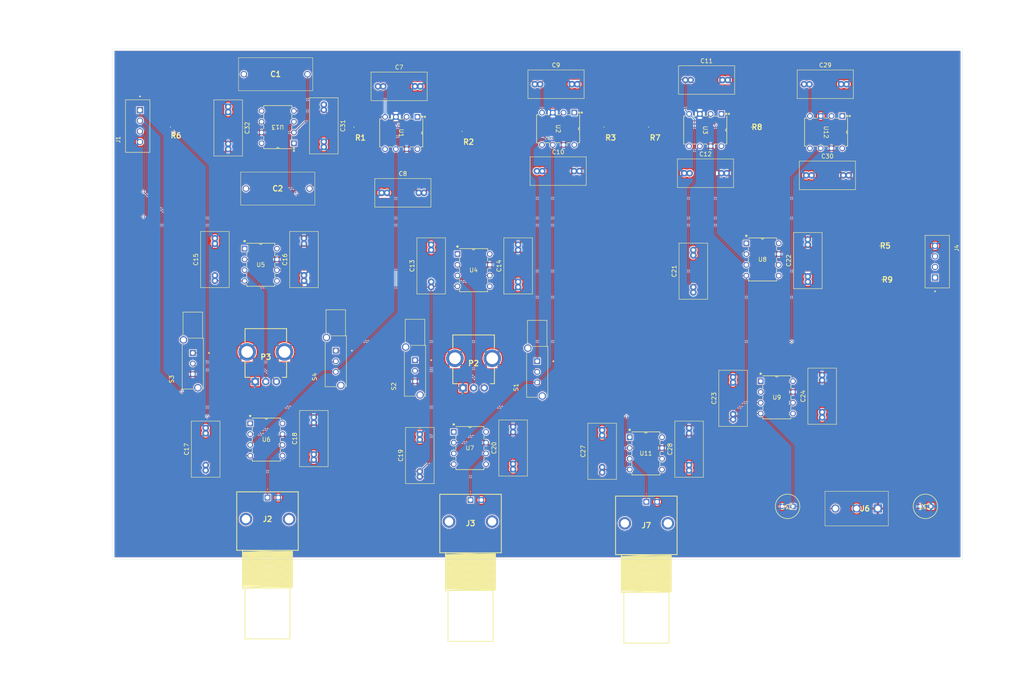
<source format=kicad_pcb>
(kicad_pcb (version 20241229) (generator "pcbnew") (generator_version "9.0")
  (layers (0 "F.Cu" signal) (2 "B.Cu" signal) (13 "F.Paste" user) (15 "B.Paste" user) (5 "F.SilkS" user "F.Silkscreen") (7 "B.SilkS" user "B.Silkscreen") (1 "F.Mask" user) (3 "B.Mask" user) (25 "Edge.Cuts" user))
  (net 0 "")
  (net 1 "Sum")
  (net 2 "V")
  (net 3 "x")
  (net 4 "Net-(U2-IN-)")
  (net 5 "GND")
  (net 6 "-15V")
  (net 7 "+15V")
  (net 10 "Net-(J2-SIGNAL)")
  (net 13 "Net-(J3-SIGNAL)")
  (net 14 "VR2")
  (net 15 "VR1")
  (net 16 "V_out")
  (net 19 "Net-(J7-SIGNAL)")
  (net 20 "Net-(P2-WIPER)")
  (net 21 "Net-(P2-CW)")
  (net 22 "Net-(P3-WIPER)")
  (net 23 "Net-(P3-CW)")
  (net 24 "VR4")
  (net 25 "X_out")
  (net 26 "Net-(U13-IN+)")
  (net 27 "S_out")
  (net 28 "Net-(U3-IN-)")
  (net 29 "-x")
  (net 30 "Net-(U12-IN-)")
  (net 32 "Net-(S1-Pad2)")
  (net 33 "Net-(S3-Pad1)")
  (net 34 "-V")
  (footprint "Capacitor_THT:C_Rect_L13.0mm_W6.5mm_P7.50mm_P10.00mm" (layer "F.Cu") (at 176.12 33.88)
    (property "Reference" "C11")
    (property "Value" "0.1uF")
  )
  (footprint "ERA-3AEB:ERA3AEB101V" (layer "F.Cu") (at 158.275 45)
    (property "Reference" "R3")
    (property "Value" "ERA-3AEB103V" (hide yes))
  )
  (footprint "Capacitor_THT:C_Rect_L13.0mm_W6.5mm_P7.50mm_P10.00mm" (layer "F.Cu") (at 205 81.5 90)
    (property "Reference" "C22")
    (property "Value" "0.1uF")
  )
  (footprint "Capacitor_THT:C_Rect_L13.0mm_W6.5mm_P7.50mm_P10.00mm" (layer "F.Cu") (at 177 126 90)
    (property "Reference" "C28")
    (property "Value" "0.1uF")
  )
  (footprint "ECW-FD2W105J:ECWFD2W105J" (layer "F.Cu") (at 87 32.5 180)
    (property "Reference" "C1")
    (property "Value" "ECW-FD2W105J" (hide yes))
  )
  (footprint "Capacitor_THT:C_Rect_L13.0mm_W6.5mm_P7.50mm_P10.00mm" (layer "F.Cu") (at 141.12 55.38)
    (property "Reference" "C10")
    (property "Value" "0.1uF")
  )
  (footprint "OPA134:P8" (layer "F.Cu") (at 76.19 41.19 180)
    (property "Reference" "U13")
    (property "Value" "OPA134PA")
  )
  (footprint "OPA134:P8" (layer "F.Cu") (at 129.9925 82.56)
    (property "Reference" "U4")
    (property "Value" "OPA134PA")
  )
  (footprint "Capacitor_THT:C_Rect_L13.0mm_W6.5mm_P7.50mm_P10.00mm" (layer "F.Cu") (at 104.5 60.5)
    (property "Reference" "C8")
    (property "Value" "0.1uF")
  )
  (footprint "Capacitor_THT:C_Rect_L13.0mm_W6.5mm_P7.50mm_P10.00mm" (layer "F.Cu") (at 65.1825 81.25 90)
    (property "Reference" "C15")
    (property "Value" "0.1uF")
  )
  (footprint "Capacitor_THT:C_Rect_L13.0mm_W6.5mm_P7.50mm_P10.00mm" (layer "F.Cu") (at 113.5 127.5 90)
    (property "Reference" "C19")
    (property "Value" "0.1uF")
  )
  (footprint "031-71052:03171052" (layer "F.Cu") (at 166.92 133.42 180)
    (property "Reference" "J7")
    (property "Value" "031-71052" (hide yes))
  )
  (footprint "Capacitor_THT:C_Rect_L13.0mm_W6.5mm_P7.50mm_P10.00mm" (layer "F.Cu") (at 135.5 125.73 90)
    (property "Reference" "C20")
    (property "Value" "0.1uF")
  )
  (footprint "Capacitor_THT:C_Rect_L13.0mm_W6.5mm_P7.50mm_P10.00mm" (layer "F.Cu") (at 90.86 39.69 -90)
    (property "Reference" "C31")
    (property "Value" "0.1uF")
  )
  (footprint "B4B_XH_A:JST_B4B-XH-A" (layer "F.Cu") (at 46.975 44.75 90)
    (property "Reference" "J1")
    (property "Value" "B4B-XH-A")
  )
  (footprint "Capacitor_THT:C_Rect_L13.0mm_W6.5mm_P7.50mm_P10.00mm" (layer "F.Cu") (at 136.6825 82.75 90)
    (property "Reference" "C14")
    (property "Value" "0.1uF")
  )
  (footprint "OPA134:P8" (layer "F.Cu") (at 205.5 50 -90)
    (property "Reference" "U12")
    (property "Value" "OPA134PA")
  )
  (footprint "ERA-3AEB:ERA3AEB101V" (layer "F.Cu") (at 99.275 45)
    (property "Reference" "R1")
    (property "Value" "ERA-3AEB102V" (hide yes))
  )
  (footprint "OPA134:P8" (layer "F.Cu") (at 81.12 122.54)
    (property "Reference" "U6")
    (property "Value" "OPA134PA")
  )
  (footprint "LIB_RK09D113F25C0B504:RK09D113F25C0B504" (layer "F.Cu") (at 123.6825 106.55)
    (property "Reference" "P2")
    (property "Value" "RK09D113F25C0B504" (hide yes))
  )
  (footprint "OPA134:P8" (layer "F.Cu") (at 201.5 112.58)
    (property "Reference" "U9")
    (property "Value" "OPA134PA")
  )
  (footprint "OPA134:P8" (layer "F.Cu") (at 177 49.5 -90)
    (property "Reference" "U3")
    (property "Value" "OPA134PA")
  )
  (footprint "ERA-3AEB:ERA3AEB101V" (layer "F.Cu") (at 124.775 46)
    (property "Reference" "R2")
    (property "Value" "ERA-3AEB103V" (hide yes))
  )
  (footprint "OPA134:P8" (layer "F.Cu") (at 198.12 80.04)
    (property "Reference" "U8")
    (property "Value" "OPA134PA")
  )
  (footprint "Capacitor_THT:C_Rect_L13.0mm_W6.5mm_P7.50mm_P10.00mm" (layer "F.Cu") (at 116.1825 82.75 90)
    (property "Reference" "C13")
    (property "Value" "0.1uF")
  )
  (footprint "199D106X9016C1V1:CAP_199D-C1_VSS" (layer "F.Cu") (at 232.73 134.5 180)
    (property "Reference" "C33")
    (property "Value" "CAP_199D-C1_VSS")
  )
  (footprint "Capacitor_THT:C_Rect_L13.0mm_W6.5mm_P7.50mm_P10.00mm" (layer "F.Cu") (at 187.38 114 90)
    (property "Reference" "C23")
    (property "Value" "0.1uF")
  )
  (footprint "Capacitor_THT:C_Rect_L13.0mm_W6.5mm_P7.50mm_P10.00mm" (layer "F.Cu") (at 204.12 34.88)
    (property "Reference" "C29")
    (property "Value" "0.1uF")
  )
  (footprint "OPA134:P8" (layer "F.Cu") (at 105.31 50.19 -90)
    (property "Reference" "U1")
    (property "Value" "OPA134PA")
  )
  (footprint "ERA-3AEB:ERA3AEB101V" (layer "F.Cu") (at 56 45)
    (property "Reference" "R6")
    (property "Value" "ERA-3AEB104V" (hide yes))
  )
  (footprint "LC1258EENP:SW_LC1258EENP" (layer "F.Cu") (at 93.6825 100.25 90)
    (property "Reference" "S4")
    (property "Value" "LC1258EENP")
  )
  (footprint "Capacitor_THT:C_Rect_L13.0mm_W6.5mm_P7.50mm_P10.00mm" (layer "F.Cu") (at 103.62 35.38)
    (property "Reference" "C7")
    (property "Value" "0.1uF")
  )
  (footprint "OPA134:P8" (layer "F.Cu") (at 170.62 125.81)
    (property "Reference" "U11")
    (property "Value" "OPA134PA")
  )
  (footprint "B4B_XH_A:JST_B4B-XH-A" (layer "F.Cu") (at 235.525 76.75 -90)
    (property "Reference" "J4")
    (property "Value" "B4B-XH-A")
  )
  (footprint "OPA134:P8" (layer "F.Cu") (at 79.8025 81.29)
    (property "Reference" "U5")
    (property "Value" "OPA134PA")
  )
  (footprint "031-71052:03171052" (layer "F.Cu") (at 125.46 133 180)
    (property "Reference" "J3")
    (property "Value" "031-71052" (hide yes))
  )
  (footprint "OPA134:P8" (layer "F.Cu") (at 129.12 124.54)
    (property "Reference" "U7")
    (property "Value" "OPA134PA")
  )
  (footprint "Capacitor_THT:C_Rect_L13.0mm_W6.5mm_P7.50mm_P10.00mm" (layer "F.Cu") (at 178 84 90)
    (property "Reference" "C21")
    (property "Value" "0.1uF")
  )
  (footprint "ERA-3AEB:ERA3AEB101V" (layer "F.Cu") (at 223.775 81)
    (property "Reference" "R9")
    (property "Value" "ERA-3AEB104V" (hide yes))
  )
  (footprint "5442183:5442183" (layer "F.Cu") (at 221.5 135 180)
    (property "Reference" "J6")
    (property "Value" "5442183" (hide yes))
  )
  (footprint "LIB_RK09D113F25C0B504:RK09D113F25C0B504" (layer "F.Cu") (at 74.6825 105.05)
    (property "Reference" "P3")
    (property "Value" "RK09D113F25C0B504" (hide yes))
  )
  (footprint "OPA134:P8" (layer "F.Cu") (at 142.31 49.19 -90)
    (property "Reference" "U2")
    (property "Value" "OPA134PA")
  )
  (footprint "031-71052:03171052" (layer "F.Cu") (at 77.58 132.42 180)
    (property "Reference" "J2")
    (property "Value" "031-71052" (hide yes))
  )
  (footprint "Capacitor_THT:C_Rect_L13.0mm_W6.5mm_P7.50mm_P10.00mm" (layer "F.Cu") (at 156.5 126.5 90)
    (property "Reference" "C27")
    (property "Value" "0.1uF")
  )
  (footprint "Capacitor_THT:C_Rect_L13.0mm_W6.5mm_P7.50mm_P10.00mm" (layer "F.Cu") (at 140.62 34.88)
    (property "Reference" "C9")
    (property "Value" "0.1uF")
  )
  (footprint "ERA-3AEB:ERA3AEB101V" (layer "F.Cu") (at 168.775 45)
    (property "Reference" "R7")
    (property "Value" "ERA-3AEB103V" (hide yes))
  )
  (footprint "Capacitor_THT:C_Rect_L13.0mm_W6.5mm_P7.50mm_P10.00mm" (layer "F.Cu") (at 68.31 40.19 -90)
    (property "Reference" "C32")
    (property "Value" "0.1uF")
  )
  (footprint "ERA-3AEB:ERA3AEB101V" (layer "F.Cu") (at 193 45)
    (property "Reference" "R8")
    (property "Value" "ERA-3AEB103V" (hide yes))
  )
  (footprint "Capacitor_THT:C_Rect_L13.0mm_W6.5mm_P7.50mm_P10.00mm" (layer "F.Cu") (at 88.5 123.5 90)
    (property "Reference" "C18")
    (property "Value" "0.1uF")
  )
  (footprint "LC1258EENP:SW_LC1258EENP" (layer "F.Cu") (at 59.965 100.8 90)
    (property "Reference" "S3")
    (property "Value" "LC1258EENP")
  )
  (footprint "Capacitor_THT:C_Rect_L13.0mm_W6.5mm_P7.50mm_P10.00mm" (layer "F.Cu") (at 175.87 55.88)
    (property "Reference" "C12")
    (property "Value" "0.1uF")
  )
  (footprint "Capacitor_THT:C_Rect_L13.0mm_W6.5mm_P7.50mm_P10.00mm" (layer "F.Cu") (at 86.1825 81.25 90)
    (property "Reference" "C16")
    (property "Value" "0.1uF")
  )
  (footprint "LC1258EENP:SW_LC1258EENP" (layer "F.Cu") (at 141.1825 102.75 90)
    (property "Reference" "S1")
    (property "Value" "LC1258EENP")
  )
  (footprint "ECW-FD2W105J:ECWFD2W105J" (layer "F.Cu") (at 72.5 59.5)
    (property "Reference" "C2")
    (property "Value" "ECW-FD2W105J" (hide yes))
  )
  (footprint "ERA-3AEB:ERA3AEB101V" (layer "F.Cu") (at 223.275 73)
    (property "Reference" "R5")
    (property "Value" "ERA-3AEB103V" (hide yes))
  )
  (footprint "199D106X9016C1V1:CAP_199D-C1_VSS" (layer "F.Cu") (at 200.23 134.5 180)
    (property "Reference" "C34")
    (property "Value" "CAP_199D-C1_VSS")
  )
  (footprint "Capacitor_THT:C_Rect_L13.0mm_W6.5mm_P7.50mm_P10.00mm" (layer "F.Cu") (at 204.62 56.38)
    (property "Reference" "C30")
    (property "Value" "0.1uF")
  )
  (footprint "Capacitor_THT:C_Rect_L13.0mm_W6.5mm_P7.50mm_P10.00mm" (layer "F.Cu") (at 63 126 90)
    (property "Reference" "C17")
    (property "Value" "0.1uF")
  )
  (footprint "LC1258EENP:SW_LC1258EENP" (layer "F.Cu") (at 112.365 102.5 90)
    (property "Reference" "S2")
    (property "Value" "LC1258EENP")
  )
  (footprint "Capacitor_THT:C_Rect_L13.0mm_W6.5mm_P7.50mm_P10.00mm" (layer "F.Cu") (at 208.38 113.5 90)
    (property "Reference" "C24")
    (property "Value" "0.1uF")
  )
  (gr_rect (start 41 26.5) (end 241.5 147) (stroke (width 0.05)) (fill no) (layer "Edge.Cuts"))
  (segment (start 109.23 43.73) (end 86.35 43.73) (width 0.2) (layer "F.Cu") (net 1))
  (segment (start 74.92 45) (end 76.19 43.73) (width 0.2) (layer "F.Cu") (net 1))
  (segment (start 76.19 43.73) (end 78.73 46.27) (width 0.2) (layer "F.Cu") (net 1))
  (segment (start 110.39 42.57) (end 109.23 43.73) (width 0.2) (layer "F.Cu") (net 1))
  (segment (start 78.73 46.27) (end 83.81 46.27) (width 0.2) (layer "F.Cu") (net 1))
  (segment (start 86.35 43.73) (end 83.81 46.27) (width 0.2) (layer "F.Cu") (net 1))
  (segment (start 56.725 45) (end 74.92 45) (width 0.2) (layer "F.Cu") (net 1))
  (segment (start 87 43.08) (end 87 32.5) (width 0.2) (layer "B.Cu") (net 1))
  (segment (start 83.81 46.27) (end 87 43.08) (width 0.2) (layer "B.Cu") (net 1))
  (segment (start 183.126 41.4786) (end 182.202 40.5544) (width 0.2) (layer "F.Cu") (net 2))
  (segment (start 72 32.5) (end 77.9982 38.4982) (width 0.2) (layer "F.Cu") (net 2))
  (segment (start 183.126 44.0818) (end 183.126 41.4786) (width 0.2) (layer "F.Cu") (net 2))
  (segment (start 109.921 44.48) (end 108.301 44.48) (width 0.2) (layer "F.Cu") (net 2))
  (segment (start 182.959 44.2483) (end 183.191 44.48) (width 0.2) (layer "F.Cu") (net 2))
  (segment (start 169.037 44.2483) (end 168.677 44.6083) (width 0.2) (layer "F.Cu") (net 2))
  (segment (start 108.069 44.2483) (end 108.301 44.48) (width 0.2) (layer "F.Cu") (net 2))
  (segment (start 168.677 45) (end 168.05 45) (width 0.2) (layer "F.Cu") (net 2))
  (segment (start 98.55 45) (end 99.3017 44.2483) (width 0.2) (layer "F.Cu") (net 2))
  (segment (start 77.9982 38.4982) (end 109.36 38.4982) (width 0.2) (layer "F.Cu") (net 2))
  (segment (start 111.416 42.9855) (end 109.921 44.48) (width 0.2) (layer "F.Cu") (net 2))
  (segment (start 168.677 44.6083) (end 168.677 45) (width 0.2) (layer "F.Cu") (net 2))
  (segment (start 182.959 44.2483) (end 183.126 44.0818) (width 0.2) (layer "F.Cu") (net 2))
  (segment (start 182.959 44.2483) (end 169.037 44.2483) (width 0.2) (layer "F.Cu") (net 2))
  (segment (start 111.416 40.5544) (end 111.416 42.9855) (width 0.2) (layer "F.Cu") (net 2))
  (segment (start 182.202 40.5544) (end 111.416 40.5544) (width 0.2) (layer "F.Cu") (net 2))
  (segment (start 99.3017 44.2483) (end 108.069 44.2483) (width 0.2) (layer "F.Cu") (net 2))
  (segment (start 109.36 38.4982) (end 111.416 40.5544) (width 0.2) (layer "F.Cu") (net 2))
  (via (at 183.191 44.48) (size 0.6) (drill 0.3) (layers "F.Cu" "B.Cu") (net 2))
  (via (at 108.301 44.48) (size 0.6) (drill 0.3) (layers "F.Cu" "B.Cu") (net 2))
  (segment (start 107.85 88.5825) (end 107.85 50.19) (width 0.2) (layer "B.Cu") (net 2))
  (segment (start 190.5 77.5) (end 183.191 70.191) (width 0.2) (layer "B.Cu") (net 2))
  (segment (start 183.191 70.191) (end 183.191 44.48) (width 0.2) (layer "B.Cu") (net 2))
  (segment (start 73.5 120) (end 90.75 102.75) (width 0.2) (layer "B.Cu") (net 2))
  (segment (start 108.301 49.739) (end 107.85 50.19) (width 0.2) (layer "B.Cu") (net 2))
  (segment (start 108.301 44.48) (end 108.301 49.739) (width 0.2) (layer "B.Cu") (net 2))
  (segment (start 93.6825 102.75) (end 107.85 88.5825) (width 0.2) (layer "B.Cu") (net 2))
  (segment (start 90.75 102.75) (end 93.6825 102.75) (width 0.2) (layer "B.Cu") (net 2))
  (segment (start 141.1825 105.2505) (end 141.182 105.25) (width 0.2) (layer "F.Cu") (net 3))
  (segment (start 141.1825 105.2505) (end 141.1825 105.25) (width 0.2) (layer "F.Cu") (net 3))
  (segment (start 124.677 46) (end 124.677 47.2307) (width 0.2) (layer "F.Cu") (net 3))
  (segment (start 124.05 46) (end 124.677 46) (width 0.2) (layer "F.Cu") (net 3))
  (segment (start 193.88 110.04) (end 145.972 110.04) (width 0.2) (layer "F.Cu") (net 3))
  (segment (start 124.677 47.2307) (end 99.7693 47.2307) (width 0.2) (layer "F.Cu") (net 3))
  (segment (start 142.891 47.2307) (end 124.677 47.2307) (width 0.2) (layer "F.Cu") (net 3))
  (segment (start 144.85 49.19) (end 142.891 47.2307) (width 0.2) (layer "F.Cu") (net 3))
  (segment (start 145.972 110.04) (end 141.1825 105.2505) (width 0.2) (layer "F.Cu") (net 3))
  (segment (start 99.7693 47.2307) (end 87.5 59.5) (width 0.2) (layer "F.Cu") (net 3))
  (segment (start 144.85 101.582) (end 144.85 49.19) (width 0.2) (layer "B.Cu") (net 3))
  (segment (start 141.1825 105.2495) (end 144.85 101.582) (width 0.2) (layer "B.Cu") (net 3))
  (segment (start 138.25 105.25) (end 141.182 105.25) (width 0.2) (layer "B.Cu") (net 3))
  (segment (start 121.5 122) (end 138.25 105.25) (width 0.2) (layer "B.Cu") (net 3))
  (segment (start 141.182 105.25) (end 141.1825 105.2495) (width 0.2) (layer "B.Cu") (net 3))
  (segment (start 141.1825 105.2495) (end 141.1825 105.25) (width 0.2) (layer "B.Cu") (net 3))
  (segment (start 99.6867 45) (end 99.8108 45.1241) (width 0.2) (layer "F.Cu") (net 4))
  (segment (start 99.6867 45) (end 99.3733 45) (width 0.2) (layer "F.Cu") (net 4))
  (segment (start 99.3733 45) (end 99.3733 45.3917) (width 0.2) (layer "F.Cu") (net 4))
  (segment (start 85.265 59.5) (end 72.5 59.5) (width 0.2) (layer "F.Cu") (net 4))
  (segment (start 99.3733 45.3917) (end 85.265 59.5) (width 0.2) (layer "F.Cu") (net 4))
  (segment (start 100 45) (end 99.6867 45) (width 0.2) (layer "F.Cu") (net 4))
  (segment (start 143.836 45.1241) (end 147.39 41.57) (width 0.2) (layer "F.Cu") (net 4))
  (segment (start 99.8108 45.1241) (end 143.836 45.1241) (width 0.2) (layer "F.Cu") (net 4))
  (segment (start 105.31 42.57) (end 92.49 42.57) (width 0.2) (layer "F.Cu") (net 6))
  (segment (start 141.87 34.88) (end 143.04 33.7095) (width 0.2) (layer "F.Cu") (net 6))
  (segment (start 155.5 127.5) (end 113.5 127.5) (width 0.2) (layer "F.Cu") (net 6))
  (segment (start 202.937 135) (end 202.437 134.5) (width 0.2) (layer "F.Cu") (net 6))
  (segment (start 211.5 135) (end 202.937 135) (width 0.2) (layer "F.Cu") (net 6))
  (segment (start 73.5 122.54) (end 77.21 126.25) (width 0.2) (layer "F.Cu") (net 6))
  (segment (start 176.12 33.88) (end 177.37 33.88) (width 0.2) (layer "F.Cu") (net 6))
  (segment (start 92.49 42.57) (end 90.86 40.94) (width 0.2) (layer "F.Cu") (net 6))
  (segment (start 73.6425 82.75) (end 72.1825 81.29) (width 0.2) (layer "F.Cu") (net 6))
  (segment (start 116.182 82.75) (end 104.3323 82.75) (width 0.2) (layer "F.Cu") (net 6))
  (segment (start 77.21 126.25) (end 113.5 126.25) (width 0.2) (layer "F.Cu") (net 6))
  (segment (start 65.21 122.54) (end 63 124.75) (width 0.2) (layer "F.Cu") (net 6))
  (segment (start 188.8 112.58) (end 187.38 114) (width 0.2) (layer "F.Cu") (net 6))
  (segment (start 65.2225 81.29) (end 65.1825 81.25) (width 0.2) (layer "F.Cu") (net 6))
  (segment (start 193.88 112.58) (end 188.8 112.58) (width 0.2) (layer "F.Cu") (net 6))
  (segment (start 156.5 126.5) (end 155.5 127.5) (width 0.2) (layer "F.Cu") (net 6))
  (segment (start 140.62 34.88) (end 141.87 34.88) (width 0.2) (layer "F.Cu") (net 6))
  (segment (start 104.87 35.38) (end 105.997 34.2528) (width 0.2) (layer "F.Cu") (net 6))
  (segment (start 115.21 124.54) (end 113.5 126.25) (width 0.2) (layer "F.Cu") (net 6))
  (segment (start 105.997 34.2528) (end 139.993 34.2528) (width 0.2) (layer "F.Cu") (net 6))
  (segment (start 116.372 82.56) (end 116.182 82.75) (width 0.2) (layer "F.Cu") (net 6))
  (segment (start 162.222 113.244) (end 162.978 114) (width 0.2) (layer "F.Cu") (net 6))
  (segment (start 205.37 34.88) (end 204.12 34.88) (width 0.2) (layer "F.Cu") (net 6))
  (segment (start 104.3323 82.75) (end 116.1825 82.75) (width 0.2) (layer "F.Cu") (net 6))
  (segment (start 139.993 34.2528) (end 140.62 34.88) (width 0.2) (layer "F.Cu") (net 6))
  (segment (start 122.372 82.56) (end 122.3725 82.56) (width 0.2) (layer "F.Cu") (net 6))
  (segment (start 73.5 122.54) (end 65.21 122.54) (width 0.2) (layer "F.Cu") (net 6))
  (segment (start 83.81 41.19) (end 90.61 41.19) (width 0.2) (layer "F.Cu") (net 6))
  (segment (start 162.978 114) (end 187.38 114) (width 0.2) (layer "F.Cu") (net 6))
  (segment (start 163 125.81) (end 157.19 125.81) (width 0.2) (layer "F.Cu") (net 6))
  (segment (start 203.992 35.0075) (end 178.498 35.0075) (width 0.2) (layer "F.Cu") (net 6))
  (segment (start 202.437 134.5) (end 201.5 134.5) (width 0.2) (layer "F.Cu") (net 6))
  (segment (start 104.87 35.38) (end 103.62 35.38) (width 0.2) (layer "F.Cu") (net 6))
  (segment (start 72.1825 81.29) (end 65.2225 81.29) (width 0.2) (layer "F.Cu") (net 6))
  (segment (start 178.498 35.0075) (end 177.37 33.88) (width 0.2) (layer "F.Cu") (net 6))
  (segment (start 190.5 80.04) (end 180.71 80.04) (width 0.2) (layer "F.Cu") (net 6))
  (segment (start 122.372 82.56) (end 116.372 82.56) (width 0.2) (layer "F.Cu") (net 6))
  (segment (start 90.61 41.19) (end 90.86 40.94) (width 0.2) (layer "F.Cu") (net 6))
  (segment (start 143.04 33.7095) (end 175.95 33.7095) (width 0.2) (layer "F.Cu") (net 6))
  (segment (start 104.3323 82.75) (end 73.6425 82.75) (width 0.2) (layer "F.Cu") (net 6))
  (segment (start 121.5 124.54) (end 115.21 124.54) (width 0.2) (layer "F.Cu") (net 6))
  (segment (start 157.19 125.81) (end 156.5 126.5) (width 0.2) (layer "F.Cu") (net 6))
  (segment (start 204.12 34.88) (end 203.992 35.0075) (width 0.2) (layer "F.Cu") (net 6))
  (segment (start 175.95 33.7095) (end 176.12 33.88) (width 0.2) (layer "F.Cu") (net 6))
  (segment (start 180.71 80.04) (end 178 82.75) (width 0.2) (layer "F.Cu") (net 6))
  (via (at 162.222 113.244) (size 0.6) (drill 0.3) (layers "F.Cu" "B.Cu") (net 6))
  (segment (start 177 41.88) (end 176.12 41) (width 0.2) (layer "B.Cu") (net 6))
  (segment (start 193.88 112.58) (end 201.5 120.2) (width 0.2) (layer "B.Cu") (net 6))
  (segment (start 116.1825 82.75) (end 116.1825 81.5) (width 0.2) (layer "B.Cu") (net 6))
  (segment (start 187.38 112.75) (end 187.38 114) (width 0.2) (layer "B.Cu") (net 6))
  (segment (start 65.1825 80) (end 65.1825 81.25) (width 0.2) (layer "B.Cu") (net 6))
  (segment (start 142.31 35.32) (end 141.87 34.88) (width 0.2) (layer "B.Cu") (net 6))
  (segment (start 116.182 88.7) (end 116.182 123.568) (width 0.2) (layer "B.Cu") (net 6))
  (segment (start 176.12 41) (end 176.12 33.88) (width 0.2) (layer "B.Cu") (net 6))
  (segment (start 90.86 40.94) (end 90.86 39.69) (width 0.2) (layer "B.Cu") (net 6))
  (segment (start 105.31 35.82) (end 104.87 35.38) (width 0.2) (layer "B.Cu") (net 6))
  (segment (start 178 82.75) (end 176.889 81.6392) (width 0.2) (layer "B.Cu") (net 6))
  (segment (start 63 124.75) (end 63 126) (width 0.2) (layer "B.Cu") (net 6))
  (segment (start 205.5 35.01) (end 205.37 34.88) (width 0.2) (layer "B.Cu") (net 6))
  (segment (start 105.31 42.57) (end 105.31 35.82) (width 0.2) (layer "B.Cu") (net 6))
  (segment (start 190.5 80.04) (end 190.5 109.63) (width 0.2) (layer "B.Cu") (net 6))
  (segment (start 142.31 41.57) (end 142.31 35.32) (width 0.2) (layer "B.Cu") (net 6))
  (segment (start 116.182 81.5) (end 116.182 88.7) (width 0.2) (layer "B.Cu") (net 6))
  (segment (start 178.27 43.1501) (end 177 41.88) (width 0.2) (layer "B.Cu") (net 6))
  (segment (start 205.5 42.38) (end 205.5 35.01) (width 0.2) (layer "B.Cu") (net 6))
  (segment (start 190.5 109.63) (end 187.38 112.75) (width 0.2) (layer "B.Cu") (net 6))
  (segment (start 113.5 126.25) (end 113.5 127.5) (width 0.2) (layer "B.Cu") (net 6))
  (segment (start 116.182 88.7) (end 116.1825 88.6995) (width 0.2) (layer "B.Cu") (net 6))
  (segment (start 116.182 123.568) (end 113.5 126.25) (width 0.2) (layer "B.Cu") (net 6))
  (segment (start 201.5 120.2) (end 201.5 134.5) (width 0.2) (layer "B.Cu") (net 6))
  (segment (start 163 125.81) (end 162.012 124.822) (width 0.2) (layer "B.Cu") (net 6))
  (segment (start 176.889 81.6392) (end 176.889 59.4008) (width 0.2) (layer "B.Cu") (net 6))
  (segment (start 162.012 124.822) (end 162.012 113.453) (width 0.2) (layer "B.Cu") (net 6))
  (segment (start 176.889 59.4008) (end 178.27 58.0199) (width 0.2) (layer "B.Cu") (net 6))
  (segment (start 178.27 58.0199) (end 178.27 43.1501) (width 0.2) (layer "B.Cu") (net 6))
  (segment (start 116.1825 88.6995) (end 116.1825 82.75) (width 0.2) (layer "B.Cu") (net 6))
  (segment (start 178 84) (end 178 82.75) (width 0.2) (layer "B.Cu") (net 6))
  (segment (start 162.012 113.453) (end 162.222 113.244) (width 0.2) (layer "B.Cu") (net 6))
  (segment (start 156.5 125.25) (end 156.5 126.5) (width 0.2) (layer "B.Cu") (net 6))
  (segment (start 222 134.5) (end 221.5 135) (width 0.2) (layer "B.Cu") (net 7))
  (segment (start 81.12 120) (end 78.58 117.46) (width 0.2) (layer "F.Cu") (net 10))
  (segment (start 78.58 117.46) (end 73.5 117.46) (width 0.2) (layer "F.Cu") (net 10))
  (segment (start 77.58 123.54) (end 81.12 120) (width 0.2) (layer "B.Cu") (net 10))
  (segment (start 77.58 132.42) (end 77.58 123.54) (width 0.2) (layer "B.Cu") (net 10))
  (segment (start 126.58 119.46) (end 121.5 119.46) (width 0.2) (layer "F.Cu") (net 13))
  (segment (start 129.12 122) (end 126.58 119.46) (width 0.2) (layer "F.Cu") (net 13))
  (segment (start 125.46 133) (end 125.46 125.66) (width 0.2) (layer "B.Cu") (net 13))
  (segment (start 125.46 125.66) (end 129.12 122) (width 0.2) (layer "B.Cu") (net 13))
  (segment (start 131.042 78.9702) (end 129.992 80.02) (width 0.2) (layer "F.Cu") (net 14))
  (segment (start 122.3725 77.4805) (end 122.3725 77.48) (width 0.2) (layer "F.Cu") (net 14))
  (segment (start 221.923 73) (end 215.953 78.9702) (width 0.2) (layer "F.Cu") (net 14))
  (segment (start 129.992 80.02) (end 127.454 80.02) (width 0.2) (layer "F.Cu") (net 14))
  (segment (start 127.454 80.02) (end 124.912 80.02) (width 0.2) (layer "F.Cu") (net 14))
  (segment (start 127.454 80.02) (end 129.9925 80.02) (width 0.2) (layer "F.Cu") (net 14))
  (segment (start 215.953 78.9702) (end 131.042 78.9702) (width 0.2) (layer "F.Cu") (net 14))
  (segment (start 122.3725 77.4805) (end 122.372 77.48) (width 0.2) (layer "F.Cu") (net 14))
  (segment (start 222.55 73) (end 221.923 73) (width 0.2) (layer "F.Cu") (net 14))
  (segment (start 124.912 80.02) (end 122.3725 77.4805) (width 0.2) (layer "F.Cu") (net 14))
  (segment (start 218.293 85.1306) (end 222.423 81) (width 0.2) (layer "F.Cu") (net 15))
  (segment (start 115.976 78.75) (end 118.675 81.4487) (width 0.2) (layer "F.Cu") (net 15))
  (segment (start 124.716 81.4487) (end 128.398 85.1306) (width 0.2) (layer "F.Cu") (net 15))
  (segment (start 222.423 81) (end 223.05 81) (width 0.2) (layer "F.Cu") (net 15))
  (segment (start 77.2625 76.21) (end 79.8025 78.75) (width 0.2) (layer "F.Cu") (net 15))
  (segment (start 72.1825 76.21) (end 77.2625 76.21) (width 0.2) (layer "F.Cu") (net 15))
  (segment (start 79.8025 78.75) (end 115.976 78.75) (width 0.2) (layer "F.Cu") (net 15))
  (segment (start 118.675 81.4487) (end 124.716 81.4487) (width 0.2) (layer "F.Cu") (net 15))
  (segment (start 128.398 85.1306) (end 218.293 85.1306) (width 0.2) (layer "F.Cu") (net 15))
  (segment (start 195.58 74.96) (end 190.5 74.96) (width 0.2) (layer "F.Cu") (net 16))
  (segment (start 183.67 68.1296) (end 190.5 74.96) (width 0.2) (layer "F.Cu") (net 16))
  (segment (start 198.12 77.5) (end 195.58 74.96) (width 0.2) (layer "F.Cu") (net 16))
  (segment (start 48.389 66.14) (end 50.3786 68.1296) (width 0.2) (layer "F.Cu") (net 16))
  (segment (start 50.3786 68.1296) (end 183.67 68.1296) (width 0.2) (layer "F.Cu") (net 16))
  (via (at 48.389 66.14) (size 0.6) (drill 0.3) (layers "F.Cu" "B.Cu") (net 16))
  (segment (start 48.9924 44.9924) (end 48.9924 65.5366) (width 0.2) (layer "B.Cu") (net 16))
  (segment (start 47.5 43.5) (end 48.9924 44.9924) (width 0.2) (layer "B.Cu") (net 16))
  (segment (start 48.9924 65.5366) (end 48.389 66.14) (width 0.2) (layer "B.Cu") (net 16))
  (segment (start 166.92 127.19) (end 163 123.27) (width 0.2) (layer "B.Cu") (net 19))
  (segment (start 166.92 133.42) (end 166.92 127.19) (width 0.2) (layer "B.Cu") (net 19))
  (segment (start 126.182 106.55) (end 126.182 83.83) (width 0.2) (layer "B.Cu") (net 20))
  (segment (start 126.182 83.83) (end 122.3725 80.0205) (width 0.2) (layer "B.Cu") (net 20))
  (segment (start 126.1825 106.55) (end 126.182 106.55) (width 0.2) (layer "B.Cu") (net 20))
  (segment (start 122.3725 80.0205) (end 122.372 80.02) (width 0.2) (layer "B.Cu") (net 20))
  (segment (start 122.3725 80.0205) (end 122.3725 80.02) (width 0.2) (layer "B.Cu") (net 20))
  (segment (start 128.6825 106.55) (end 128.682 106.55) (width 0.2) (layer "F.Cu") (net 21))
  (segment (start 112.365 102.5) (end 124.632 102.5) (width 0.2) (layer "F.Cu") (net 21))
  (segment (start 124.632 102.5) (end 128.682 106.55) (width 0.2) (layer "F.Cu") (net 21))
  (segment (start 77.1825 83.75) (end 72.1825 78.75) (width 0.2) (layer "B.Cu") (net 22))
  (segment (start 77.1825 105.05) (end 77.1825 83.75) (width 0.2) (layer "B.Cu") (net 22))
  (segment (start 76.9283 102.296) (end 61.4608 102.296) (width 0.2) (layer "F.Cu") (net 23))
  (segment (start 61.4608 102.296) (end 59.965 100.8) (width 0.2) (layer "F.Cu") (net 23))
  (segment (start 79.6825 105.05) (end 76.9283 102.296) (width 0.2) (layer "F.Cu") (net 23))
  (segment (start 129.208 117.977) (end 116.066 117.977) (width 0.2) (layer "F.Cu") (net 24))
  (segment (start 163 120.73) (end 131.962 120.73) (width 0.2) (layer "F.Cu") (net 24))
  (segment (start 114.471 116.382) (end 66.5049 116.382) (width 0.2) (layer "F.Cu") (net 24))
  (segment (start 170.62 123.27) (end 168.08 120.73) (width 0.2) (layer "F.Cu") (net 24))
  (segment (start 168.08 120.73) (end 163 120.73) (width 0.2) (layer "F.Cu") (net 24))
  (segment (start 66.5049 116.382) (end 63.367 113.244) (width 0.2) (layer "F.Cu") (net 24))
  (segment (start 55.414 46.227) (end 55.275 46.088) (width 0.2) (layer "F.Cu") (net 24))
  (segment (start 55.275 46.088) (end 55.275 45) (width 0.2) (layer "F.Cu") (net 24))
  (segment (start 131.962 120.73) (end 129.208 117.977) (width 0.2) (layer "F.Cu") (net 24))
  (segment (start 116.066 117.977) (end 114.471 116.382) (width 0.2) (layer "F.Cu") (net 24))
  (via (at 55.414 46.227) (size 0.6) (drill 0.3) (layers "F.Cu" "B.Cu") (net 24))
  (via (at 63.367 113.244) (size 0.6) (drill 0.3) (layers "F.Cu" "B.Cu") (net 24))
  (segment (start 63.367 113.244) (end 63.367 54.18) (width 0.2) (layer "B.Cu") (net 24))
  (segment (start 63.367 54.18) (end 55.414 46.227) (width 0.2) (layer "B.Cu") (net 24))
  (segment (start 198.96 107.5) (end 193.88 107.5) (width 0.2) (layer "F.Cu") (net 25))
  (segment (start 201.5 110.04) (end 198.96 107.5) (width 0.2) (layer "F.Cu") (net 25))
  (segment (start 200.457 111.083) (end 61.1024 111.083) (width 0.2) (layer "F.Cu") (net 25))
  (segment (start 61.1024 111.083) (end 57.3758 107.356) (width 0.2) (layer "F.Cu") (net 25))
  (segment (start 201.5 110.04) (end 200.457 111.083) (width 0.2) (layer "F.Cu") (net 25))
  (via (at 57.3758 107.356) (size 0.6) (drill 0.3) (layers "F.Cu" "B.Cu") (net 25))
  (segment (start 52.6791 47.1028) (end 52.6791 102.659) (width 0.2) (layer "B.Cu") (net 25))
  (segment (start 47.5 41) (end 47.5 42.0557) (width 0.2) (layer "B.Cu") (net 25))
  (segment (start 52.6791 102.659) (end 57.3758 107.356) (width 0.2) (layer "B.Cu") (net 25))
  (segment (start 47.5 42.0557) (end 47.632 42.0557) (width 0.2) (layer "B.Cu") (net 25))
  (segment (start 47.632 42.0557) (end 52.6791 47.1028) (width 0.2) (layer "B.Cu") (net 25))
  (segment (start 221.288 61.7876) (end 85.4618 61.7876) (width 0.2) (layer "F.Cu") (net 26))
  (segment (start 85.4618 61.7876) (end 84.3362 60.662) (width 0.2) (layer "F.Cu") (net 26))
  (segment (start 235 75.5) (end 221.288 61.7876) (width 0.2) (layer "F.Cu") (net 26))
  (via (at 84.3362 60.662) (size 0.6) (drill 0.3) (layers "F.Cu" "B.Cu") (net 26))
  (segment (start 83.81 43.73) (end 82.7659 44.7741) (width 0.2) (layer "B.Cu") (net 26))
  (segment (start 82.7659 44.7741) (end 82.7659 59.0917) (width 0.2) (layer "B.Cu") (net 26))
  (segment (start 82.7659 59.0917) (end 84.3362 60.662) (width 0.2) (layer "B.Cu") (net 26))
  (segment (start 217.221 66.4557) (end 223.373 72.6083) (width 0.2) (layer "F.Cu") (net 27))
  (segment (start 223.373 73) (end 224 73) (width 0.2) (layer "F.Cu") (net 27))
  (segment (start 224 73.7517) (end 224 73) (width 0.2) (layer "F.Cu") (net 27))
  (segment (start 54.5927 66.4557) (end 217.221 66.4557) (width 0.2) (layer "F.Cu") (net 27))
  (segment (start 224.5 81) (end 224.5 74.2517) (width 0.2) (layer "F.Cu") (net 27))
  (segment (start 48.389 60.252) (end 54.5927 66.4557) (width 0.2) (layer "F.Cu") (net 27))
  (segment (start 224.5 74.2517) (end 224 73.7517) (width 0.2) (layer "F.Cu") (net 27))
  (segment (start 223.373 72.6083) (end 223.373 73) (width 0.2) (layer "F.Cu") (net 27))
  (via (at 48.389 60.252) (size 0.6) (drill 0.3) (layers "F.Cu" "B.Cu") (net 27))
  (segment (start 48.5731 47.0731) (end 48.5731 60.0679) (width 0.2) (layer "B.Cu") (net 27))
  (segment (start 47.5 46) (end 48.5731 47.0731) (width 0.2) (layer "B.Cu") (net 27))
  (segment (start 48.5731 60.0679) (end 48.389 60.252) (width 0.2) (layer "B.Cu") (net 27))
  (segment (start 157.237 45) (end 158.738 43.4985) (width 0.2) (layer "F.Cu") (net 28))
  (segment (start 156.923 45) (end 155.923 46) (width 0.2) (layer "F.Cu") (net 28))
  (segment (start 155.923 46) (end 125.5 46) (width 0.2) (layer "F.Cu") (net 28))
  (segment (start 157.237 45) (end 156.923 45) (width 0.2) (layer "F.Cu") (net 28))
  (segment (start 180.462 43.4985) (end 182.08 41.88) (width 0.2) (layer "F.Cu") (net 28))
  (segment (start 158.738 43.4985) (end 180.462 43.4985) (width 0.2) (layer "F.Cu") (net 28))
  (segment (start 157.55 45) (end 157.237 45) (width 0.2) (layer "F.Cu") (net 28))
  (segment (start 178.497 50.5426) (end 179.54 49.5) (width 0.2) (layer "F.Cu") (net 29))
  (segment (start 165.169 50.5426) (end 178.497 50.5426) (width 0.2) (layer "F.Cu") (net 29))
  (segment (start 144.511 47.5824) (end 157.044 47.5824) (width 0.2) (layer "F.Cu") (net 29))
  (segment (start 159.627 45) (end 165.169 50.5426) (width 0.2) (layer "F.Cu") (net 29))
  (segment (start 157.044 47.5824) (end 159.627 45) (width 0.2) (layer "F.Cu") (net 29))
  (segment (start 159 45) (end 159.627 45) (width 0.2) (layer "F.Cu") (net 29))
  (via (at 144.511 47.5824) (size 0.6) (drill 0.3) (layers "F.Cu" "B.Cu") (net 29))
  (segment (start 140 56.0657) (end 140 50.0742) (width 0.2) (layer "B.Cu") (net 29))
  (segment (start 142.492 47.5824) (end 144.511 47.5824) (width 0.2) (layer "B.Cu") (net 29))
  (segment (start 141.182 100.25) (end 141.182 99.2) (width 0.2) (layer "B.Cu") (net 29))
  (segment (start 141.182 99.2) (end 141.182 57.2481) (width 0.2) (layer "B.Cu") (net 29))
  (segment (start 141.182 57.2481) (end 140 56.0657) (width 0.2) (layer "B.Cu") (net 29))
  (segment (start 140 50.0742) (end 142.492 47.5824) (width 0.2) (layer "B.Cu") (net 29))
  (segment (start 141.1825 99.2005) (end 141.1825 100.25) (width 0.2) (layer "B.Cu") (net 29))
  (segment (start 141.182 99.2) (end 141.1825 99.2005) (width 0.2) (layer "B.Cu") (net 29))
  (segment (start 192.588 45) (end 192.48 45.108) (width 0.2) (layer "F.Cu") (net 30))
  (segment (start 192.902 44.6083) (end 192.902 45) (width 0.2) (layer "F.Cu") (net 30))
  (segment (start 210.58 42.38) (end 208.993 43.9667) (width 0.2) (layer "F.Cu") (net 30))
  (segment (start 192.48 45.108) (end 170.235 45.108) (width 0.2) (layer "F.Cu") (net 30))
  (segment (start 192.275 45) (end 192.588 45) (width 0.2) (layer "F.Cu") (net 30))
  (segment (start 170.235 45.108) (end 170.127 45) (width 0.2) (layer "F.Cu") (net 30))
  (segment (start 170.127 45) (end 169.5 45) (width 0.2) (layer "F.Cu") (net 30))
  (segment (start 193.543 43.9667) (end 192.902 44.6083) (width 0.2) (layer "F.Cu") (net 30))
  (segment (start 192.902 45) (end 192.588 45) (width 0.2) (layer "F.Cu") (net 30))
  (segment (start 208.993 43.9667) (end 193.543 43.9667) (width 0.2) (layer "F.Cu") (net 30))
  (segment (start 112.365 100) (end 113.371 100) (width 0.2) (layer "F.Cu") (net 32))
  (segment (start 115.384 102.014) (end 140.446 102.014) (width 0.2) (layer "F.Cu") (net 32))
  (segment (start 140.8145 102.382) (end 141.1825 102.75) (width 0.2) (layer "F.Cu") (net 32))
  (segment (start 140.814 102.382) (end 141.182 102.75) (width 0.2) (layer "F.Cu") (net 32))
  (segment (start 140.814 102.382) (end 140.8145 102.382) (width 0.2) (layer "F.Cu") (net 32))
  (segment (start 140.446 102.014) (end 140.814 102.382) (width 0.2) (layer "F.Cu") (net 32))
  (segment (start 113.371 100) (end 115.384 102.014) (width 0.2) (layer "F.Cu") (net 32))
  (segment (start 59.965 98.3) (end 60.9707 98.3) (width 0.2) (layer "F.Cu") (net 33))
  (segment (start 60.9707 98.3) (end 63.1077 100.437) (width 0.2) (layer "F.Cu") (net 33))
  (segment (start 93.4955 100.437) (end 93.6825 100.25) (width 0.2) (layer "F.Cu") (net 33))
  (segment (start 63.1077 100.437) (end 93.4955 100.437) (width 0.2) (layer "F.Cu") (net 33))
  (segment (start 203.04 45) (end 193.725 45) (width 0.2) (layer "F.Cu") (net 34))
  (segment (start 208.04 50) (end 203.04 45) (width 0.2) (layer "F.Cu") (net 34))
  (segment (start 93.6825 97.75) (end 94.6882 97.75) (width 0.2) (layer "F.Cu") (net 34))
  (segment (start 94.6882 97.75) (end 96.8582 95.58) (width 0.2) (layer "F.Cu") (net 34))
  (segment (start 96.8582 95.58) (end 201.165 95.58) (width 0.2) (layer "F.Cu") (net 34))
  (via (at 201.165 95.58) (size 0.6) (drill 0.3) (layers "F.Cu" "B.Cu") (net 34))
  (segment (start 201.165 56.8754) (end 208.04 50) (width 0.2) (layer "B.Cu") (net 34))
  (segment (start 201.165 95.58) (end 201.165 56.8754) (width 0.2) (layer "B.Cu") (net 34))
  (zone (net 7) (net_name "+15V") (layer "F.Cu") (priority 1) (connect_pads (clearance 0)) (min_thickness 0.25) (fill yes (thermal_gap 0.5) (thermal_bridge_width 0.5))
    (polygon (pts (xy 256 15) (xy 253 179) (xy 14.5 171.5) (xy 17.5 15)))
  )
  (zone (net 5) (net_name "GND") (layer "B.Cu") (connect_pads (clearance 0)) (min_thickness 0.25) (fill yes (thermal_gap 0.5) (thermal_bridge_width 0.5))
    (polygon (pts (xy 33 19.5) (xy 247.5 20) (xy 244.5 168.5) (xy 21.5 166.5)))
  )
)
</source>
